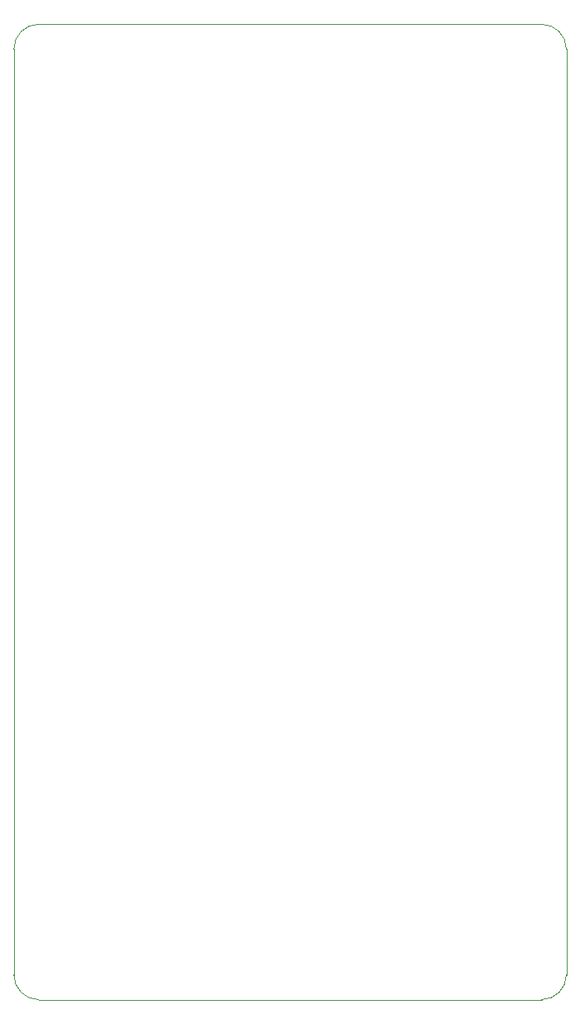
<source format=gbr>
%TF.GenerationSoftware,KiCad,Pcbnew,8.0.7*%
%TF.CreationDate,2025-02-14T10:59:27-05:00*%
%TF.ProjectId,bitaxeGamma,62697461-7865-4476-916d-6d612e6b6963,rev?*%
%TF.SameCoordinates,Original*%
%TF.FileFunction,Profile,NP*%
%FSLAX46Y46*%
G04 Gerber Fmt 4.6, Leading zero omitted, Abs format (unit mm)*
G04 Created by KiCad (PCBNEW 8.0.7) date 2025-02-14 10:59:27*
%MOMM*%
%LPD*%
G01*
G04 APERTURE LIST*
%TA.AperFunction,Profile*%
%ADD10C,0.001000*%
%TD*%
G04 APERTURE END LIST*
D10*
X79729000Y-47522000D02*
X131192000Y-47522000D01*
X133732000Y-144744000D02*
G75*
G02*
X131192000Y-147284000I-2540000J0D01*
G01*
X131192000Y-47522000D02*
G75*
G02*
X133732000Y-50062000I0J-2540000D01*
G01*
X77189000Y-50062000D02*
G75*
G02*
X79729000Y-47522000I2540000J0D01*
G01*
X131192000Y-147284000D02*
X79729000Y-147284000D01*
X133732000Y-50062000D02*
X133732000Y-144744000D01*
X79729000Y-147284000D02*
G75*
G02*
X77189000Y-144744000I0J2540000D01*
G01*
X77189000Y-144744000D02*
X77189000Y-50062000D01*
M02*

</source>
